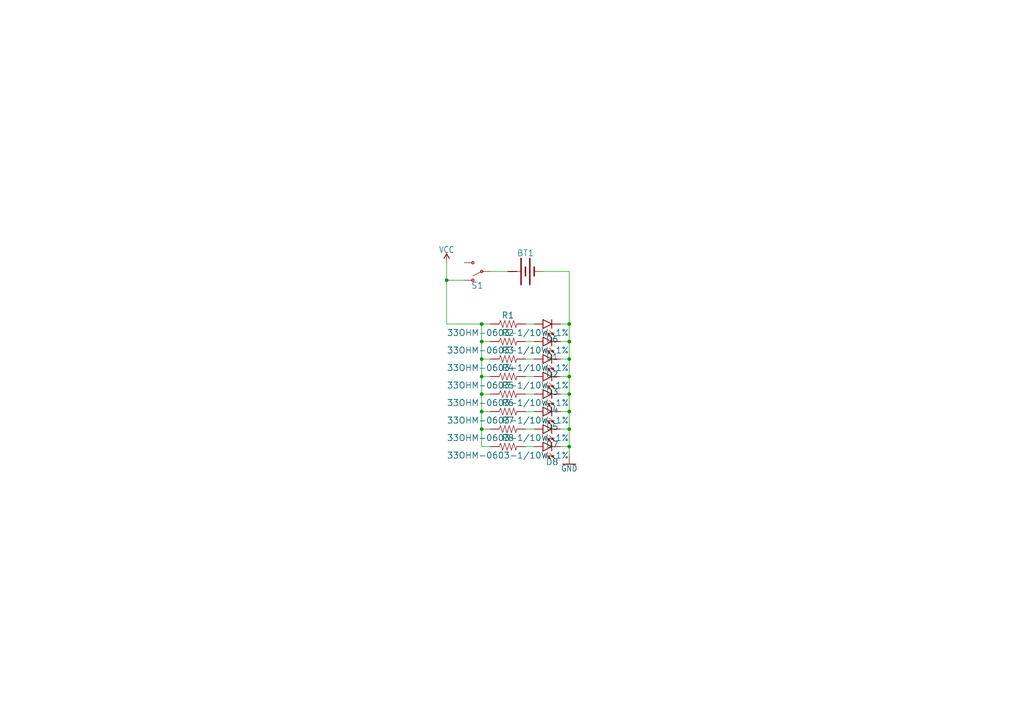
<source format=kicad_sch>
(kicad_sch (version 20230121) (generator eeschema)
  (paper "A4")
  (lib_symbols
    (symbol "working-eagle-import:33OHM-0603-1/10W-1%"
      (property "Reference" "R" (at 0 1.524 0))
      (symbol "33OHM-0603-1/10W-1%_1_0"
        (polyline (pts (xy -2.54 0) (xy -2.159 1.016)) (stroke (width 0.1524)))
        (polyline (pts (xy -2.159 1.016) (xy -1.524 -1.016)) (stroke (width 0.1524)))
        (polyline (pts (xy -1.524 -1.016) (xy -0.889 1.016)) (stroke (width 0.1524)))
        (polyline (pts (xy -0.889 1.016) (xy -0.254 -1.016)) (stroke (width 0.1524)))
        (polyline (pts (xy -0.254 -1.016) (xy 0.381 1.016)) (stroke (width 0.1524)))
        (polyline (pts (xy 0.381 1.016) (xy 1.016 -1.016)) (stroke (width 0.1524)))
        (polyline (pts (xy 1.016 -1.016) (xy 1.651 1.016)) (stroke (width 0.1524)))
        (polyline (pts (xy 1.651 1.016) (xy 2.286 -1.016)) (stroke (width 0.1524)))
        (polyline (pts (xy 2.286 -1.016) (xy 2.54 0)) (stroke (width 0.1524)))
        (pin passive line (at -5.08 0 0) (length 2.54) (name "1") (number "1"))
        (pin passive line (at 5.08 0 180) (length 2.54) (name "2") (number "2"))
      )
    )
    (symbol "working-eagle-import:BATTERY-20MM_SMD_4LEGS"
      (property "Reference" "BT" (at 0 4.318 0))
      (symbol "BATTERY-20MM_SMD_4LEGS_1_0"
        (polyline (pts (xy -2.54 0) (xy -1.524 0)) (stroke (width 0.1524)))
        (polyline (pts (xy -1.27 3.81) (xy -1.27 -3.81)) (stroke (width 0.4064)))
        (polyline (pts (xy 0 1.27) (xy 0 -1.27)) (stroke (width 0.4064)))
        (polyline (pts (xy 1.27 3.81) (xy 1.27 -3.81)) (stroke (width 0.4064)))
        (polyline (pts (xy 2.54 1.27) (xy 2.54 -1.27)) (stroke (width 0.4064)))
        (pin power_in line (at 5.08 0 180) (length 2.54) (name "-") (number "NEGATIVE"))
        (pin power_in line (at -5.08 0 0) (length 2.54) (name "+") (number "POSITIVE@1"))
        (pin power_in line (at -5.08 0 0) (length 2.54) (name "+") (number "POSITIVE@2"))
        (pin power_in line (at -5.08 0 0) (length 2.54) (name "+") (number "POSITIVE@3"))
        (pin power_in line (at -5.08 0 0) (length 2.54) (name "+") (number "POSITIVE@4"))
      )
    )
    (symbol "working-eagle-import:GND" (power)
      (property "Value" "GND" (at 0 -0.254 0))
      (symbol "GND_1_0"
        (polyline (pts (xy -1.905 0) (xy 1.905 0)) (stroke (width 0.254)))
        (pin power_in line (at 0 2.54 270) (length 2.54) (name "GND") (number "1"))
      )
    )
    (symbol "working-eagle-import:LED0603"
      (property "Reference" "D" (at -3.429 -4.572 90))
      (symbol "LED0603_1_0"
        (polyline (pts (xy -2.032 -0.762) (xy -3.429 -2.159)) (stroke (width 0.1524)))
        (polyline (pts (xy -1.905 -1.905) (xy -3.302 -3.302)) (stroke (width 0.1524)))
        (polyline (pts (xy 0 -2.54) (xy -1.27 -2.54)) (stroke (width 0.254)))
        (polyline (pts (xy 0 -2.54) (xy -1.27 0)) (stroke (width 0.254)))
        (polyline (pts (xy 1.27 -2.54) (xy 0 -2.54)) (stroke (width 0.254)))
        (polyline (pts (xy 1.27 0) (xy -1.27 0)) (stroke (width 0.254)))
        (polyline (pts (xy 1.27 0) (xy 0 -2.54)) (stroke (width 0.254)))
        (polyline (pts (xy -3.429 -2.159) (xy -3.048 -1.27) (xy -2.54 -1.778)) (stroke (width 0.1524)) (fill (type outline)))
        (polyline (pts (xy -3.302 -3.302) (xy -2.921 -2.413) (xy -2.413 -2.921)) (stroke (width 0.1524)) (fill (type outline)))
        (pin passive line (at 0 2.54 270) (length 2.54) (name "A") (number "A"))
        (pin passive line (at 0 -5.08 90) (length 2.54) (name "C") (number "C"))
      )
    )
    (symbol "working-eagle-import:SWITCH-SPDT-SMD-AYZ0202"
      (property "Reference" "S" (at 1.27 3.048 0))
      (symbol "SWITCH-SPDT-SMD-AYZ0202_1_0"
        (polyline (pts (xy 0 0) (xy 2.54 1.27)) (stroke (width 0.1524)))
        (polyline (pts (xy 2.54 -2.54) (xy 3.175 -2.54)) (stroke (width 0.127)))
        (polyline (pts (xy 2.54 2.54) (xy 3.175 2.54)) (stroke (width 0.1524)))
        (circle (center 0 0) (radius 0.3592) (stroke (width 0.2032)))
        (circle (center 2.54 -2.54) (radius 0.3592) (stroke (width 0.2032)))
        (circle (center 2.54 2.54) (radius 0.3592) (stroke (width 0.2032)))
        (pin passive line (at 5.08 2.54 180) (length 2.54) (name "O") (number "1"))
        (pin passive line (at -2.54 0 0) (length 2.54) (name "P") (number "2"))
        (pin passive line (at 5.08 -2.54 180) (length 2.54) (name "S") (number "3"))
      )
    )
    (symbol "working-eagle-import:VCC" (power)
      (property "Value" "VCC" (at 0 2.794 0))
      (symbol "VCC_1_0"
        (polyline (pts (xy 0 2.54) (xy -0.762 1.27)) (stroke (width 0.254)))
        (polyline (pts (xy 0.762 1.27) (xy 0 2.54)) (stroke (width 0.254)))
        (pin power_in line (at 0 0 90) (length 2.54) (name "VCC") (number "1"))
      )
    )
  )
  (junction (at 139.7 93.98))
  (junction (at 165.1 119.38))
  (junction (at 165.1 93.98))
  (junction (at 165.1 114.3))
  (junction (at 165.1 99.06))
  (junction (at 165.1 124.46))
  (junction (at 139.7 114.3))
  (junction (at 139.7 104.14))
  (junction (at 165.1 129.54))
  (junction (at 165.1 104.14))
  (junction (at 139.7 109.22))
  (junction (at 139.7 99.06))
  (junction (at 165.1 109.22))
  (junction (at 129.54 81.28))
  (junction (at 139.7 119.38))
  (junction (at 139.7 124.46))
  (wire (pts (xy 129.54 93.98) (xy 129.54 81.28)) (stroke (width 0.1524)))
  (wire (pts (xy 142.24 124.46) (xy 139.7 124.46)) (stroke (width 0.1524)))
  (wire (pts (xy 142.24 93.98) (xy 139.7 93.98)) (stroke (width 0.1524)))
  (wire (pts (xy 142.24 99.06) (xy 139.7 99.06)) (stroke (width 0.1524)))
  (wire (pts (xy 165.1 132.08) (xy 165.1 129.54)) (stroke (width 0.1524)))
  (wire (pts (xy 162.56 93.98) (xy 165.1 93.98)) (stroke (width 0.1524)))
  (wire (pts (xy 162.56 114.3) (xy 165.1 114.3)) (stroke (width 0.1524)))
  (wire (pts (xy 165.1 119.38) (xy 162.56 119.38)) (stroke (width 0.1524)))
  (wire (pts (xy 152.4 99.06) (xy 154.94 99.06)) (stroke (width 0.1524)))
  (wire (pts (xy 139.7 99.06) (xy 139.7 93.98)) (stroke (width 0.1524)))
  (wire (pts (xy 142.24 104.14) (xy 139.7 104.14)) (stroke (width 0.1524)))
  (wire (pts (xy 152.4 124.46) (xy 154.94 124.46)) (stroke (width 0.1524)))
  (wire (pts (xy 154.94 93.98) (xy 152.4 93.98)) (stroke (width 0.1524)))
  (wire (pts (xy 142.24 129.54) (xy 139.7 129.54)) (stroke (width 0.1524)))
  (wire (pts (xy 142.24 109.22) (xy 139.7 109.22)) (stroke (width 0.1524)))
  (wire (pts (xy 165.1 99.06) (xy 165.1 104.14)) (stroke (width 0.1524)))
  (wire (pts (xy 134.62 81.28) (xy 129.54 81.28)) (stroke (width 0.1524)))
  (wire (pts (xy 162.56 109.22) (xy 165.1 109.22)) (stroke (width 0.1524)))
  (wire (pts (xy 139.7 119.38) (xy 139.7 114.3)) (stroke (width 0.1524)))
  (wire (pts (xy 152.4 129.54) (xy 154.94 129.54)) (stroke (width 0.1524)))
  (wire (pts (xy 165.1 124.46) (xy 162.56 124.46)) (stroke (width 0.1524)))
  (wire (pts (xy 165.1 129.54) (xy 162.56 129.54)) (stroke (width 0.1524)))
  (wire (pts (xy 139.7 109.22) (xy 139.7 104.14)) (stroke (width 0.1524)))
  (wire (pts (xy 165.1 119.38) (xy 165.1 124.46)) (stroke (width 0.1524)))
  (wire (pts (xy 157.48 78.74) (xy 165.1 78.74)) (stroke (width 0.1524)))
  (wire (pts (xy 139.7 124.46) (xy 139.7 119.38)) (stroke (width 0.1524)))
  (wire (pts (xy 129.54 81.28) (xy 129.54 76.2)) (stroke (width 0.1524)))
  (wire (pts (xy 152.4 119.38) (xy 154.94 119.38)) (stroke (width 0.1524)))
  (wire (pts (xy 139.7 129.54) (xy 139.7 124.46)) (stroke (width 0.1524)))
  (wire (pts (xy 165.1 104.14) (xy 165.1 109.22)) (stroke (width 0.1524)))
  (wire (pts (xy 165.1 78.74) (xy 165.1 93.98)) (stroke (width 0.1524)))
  (wire (pts (xy 165.1 124.46) (xy 165.1 129.54)) (stroke (width 0.1524)))
  (wire (pts (xy 162.56 99.06) (xy 165.1 99.06)) (stroke (width 0.1524)))
  (wire (pts (xy 152.4 109.22) (xy 154.94 109.22)) (stroke (width 0.1524)))
  (wire (pts (xy 154.94 114.3) (xy 152.4 114.3)) (stroke (width 0.1524)))
  (wire (pts (xy 142.24 119.38) (xy 139.7 119.38)) (stroke (width 0.1524)))
  (wire (pts (xy 162.56 104.14) (xy 165.1 104.14)) (stroke (width 0.1524)))
  (wire (pts (xy 142.24 78.74) (xy 147.32 78.74)) (stroke (width 0.1524)))
  (wire (pts (xy 142.24 114.3) (xy 139.7 114.3)) (stroke (width 0.1524)))
  (wire (pts (xy 165.1 114.3) (xy 165.1 119.38)) (stroke (width 0.1524)))
  (wire (pts (xy 139.7 114.3) (xy 139.7 109.22)) (stroke (width 0.1524)))
  (wire (pts (xy 154.94 104.14) (xy 152.4 104.14)) (stroke (width 0.1524)))
  (wire (pts (xy 139.7 93.98) (xy 129.54 93.98)) (stroke (width 0.1524)))
  (wire (pts (xy 165.1 93.98) (xy 165.1 99.06)) (stroke (width 0.1524)))
  (wire (pts (xy 165.1 109.22) (xy 165.1 114.3)) (stroke (width 0.1524)))
  (wire (pts (xy 139.7 104.14) (xy 139.7 99.06)) (stroke (width 0.1524)))
  (symbol (lib_id "working-eagle-import:33OHM-0603-1/10W-1%") (at 147.32 93.98 0) (unit 1)
    (property "Reference" "R1" (at 147.32 92.456 0) (effects (font (size 1.778 1.778)) (justify bottom)))
    (property "Value" "33OHM-0603-1/10W-1%" (at 147.32 95.504 0) (effects (font (size 1.778 1.778)) (justify top)))
    (property "Footprint" "working:0603" (effects hide))
  )
  (symbol (lib_id "working-eagle-import:SWITCH-SPDT-SMD-AYZ0202") (at 139.7 78.74 180) (unit 1)
    (property "Reference" "S1" (at 138.43 81.788 0) (effects (font (size 1.778 1.778)) (justify bottom)))
    (property "Value" "SWITCH-SPDT-SMD-AYZ0202" (effects hide))
    (property "Footprint" "working:SWITCH_DPDT_SMD_AYZ0202" (effects hide))
  )
  (symbol (lib_id "working-eagle-import:LED0603") (at 157.48 119.38 90) (unit 1)
    (property "Reference" "D5" (at 162.052 122.809 90) (effects (font (size 1.778 1.778)) (justify left bottom)))
    (property "Value" "LED0603" (effects hide))
    (property "Footprint" "working:LED-0603" (effects hide))
  )
  (symbol (lib_id "working-eagle-import:33OHM-0603-1/10W-1%") (at 147.32 124.46 0) (unit 1)
    (property "Reference" "R7" (at 147.32 122.936 0) (effects (font (size 1.778 1.778)) (justify bottom)))
    (property "Value" "33OHM-0603-1/10W-1%" (at 147.32 125.984 0) (effects (font (size 1.778 1.778)) (justify top)))
    (property "Footprint" "working:0603" (effects hide))
  )
  (symbol (lib_id "working-eagle-import:33OHM-0603-1/10W-1%") (at 147.32 114.3 0) (unit 1)
    (property "Reference" "R5" (at 147.32 112.776 0) (effects (font (size 1.778 1.778)) (justify bottom)))
    (property "Value" "33OHM-0603-1/10W-1%" (at 147.32 115.824 0) (effects (font (size 1.778 1.778)) (justify top)))
    (property "Footprint" "working:0603" (effects hide))
  )
  (symbol (lib_id "working-eagle-import:GND") (at 165.1 134.62 0) (unit 1)
    (property "Reference" "#GND1" (effects hide))
    (property "Value" "GND" (at 165.1 134.874 0) (effects (font (size 1.778 1.5113)) (justify top)))
  )
  (symbol (lib_id "working-eagle-import:VCC") (at 129.54 76.2 0) (unit 1)
    (property "Reference" "#SUPPLY1" (effects hide))
    (property "Value" "VCC" (at 129.54 73.406 0) (effects (font (size 1.778 1.5113)) (justify bottom)))
  )
  (symbol (lib_id "working-eagle-import:33OHM-0603-1/10W-1%") (at 147.32 99.06 0) (unit 1)
    (property "Reference" "R2" (at 147.32 97.536 0) (effects (font (size 1.778 1.778)) (justify bottom)))
    (property "Value" "33OHM-0603-1/10W-1%" (at 147.32 100.584 0) (effects (font (size 1.778 1.778)) (justify top)))
    (property "Footprint" "working:0603" (effects hide))
  )
  (symbol (lib_id "working-eagle-import:BATTERY-20MM_SMD_4LEGS") (at 152.4 78.74 0) (unit 1)
    (property "Reference" "BT1" (at 152.4 74.422 0) (effects (font (size 1.778 1.778)) (justify bottom)))
    (property "Value" "BATTERY-20MM_SMD_4LEGS" (effects hide))
    (property "Footprint" "working:BATTCON_20MM_4LEGS" (effects hide))
  )
  (symbol (lib_id "working-eagle-import:33OHM-0603-1/10W-1%") (at 147.32 104.14 0) (unit 1)
    (property "Reference" "R3" (at 147.32 102.616 0) (effects (font (size 1.778 1.778)) (justify bottom)))
    (property "Value" "33OHM-0603-1/10W-1%" (at 147.32 105.664 0) (effects (font (size 1.778 1.778)) (justify top)))
    (property "Footprint" "working:0603" (effects hide))
  )
  (symbol (lib_id "working-eagle-import:LED0603") (at 157.48 93.98 90) (unit 1)
    (property "Reference" "D6" (at 162.052 97.409 90) (effects (font (size 1.778 1.778)) (justify left bottom)))
    (property "Value" "LED0603" (effects hide))
    (property "Footprint" "working:LED-0603" (effects hide))
  )
  (symbol (lib_id "working-eagle-import:LED0603") (at 157.48 129.54 90) (unit 1)
    (property "Reference" "D8" (at 162.052 132.969 90) (effects (font (size 1.778 1.778)) (justify left bottom)))
    (property "Value" "LED0603" (effects hide))
    (property "Footprint" "working:LED-0603" (effects hide))
  )
  (symbol (lib_id "working-eagle-import:LED0603") (at 157.48 114.3 90) (unit 1)
    (property "Reference" "D4" (at 162.052 117.729 90) (effects (font (size 1.778 1.778)) (justify left bottom)))
    (property "Value" "LED0603" (effects hide))
    (property "Footprint" "working:LED-0603" (effects hide))
  )
  (symbol (lib_id "working-eagle-import:33OHM-0603-1/10W-1%") (at 147.32 129.54 0) (unit 1)
    (property "Reference" "R8" (at 147.32 128.016 0) (effects (font (size 1.778 1.778)) (justify bottom)))
    (property "Value" "33OHM-0603-1/10W-1%" (at 147.32 131.064 0) (effects (font (size 1.778 1.778)) (justify top)))
    (property "Footprint" "working:0603" (effects hide))
  )
  (symbol (lib_id "working-eagle-import:33OHM-0603-1/10W-1%") (at 147.32 109.22 0) (unit 1)
    (property "Reference" "R4" (at 147.32 107.696 0) (effects (font (size 1.778 1.778)) (justify bottom)))
    (property "Value" "33OHM-0603-1/10W-1%" (at 147.32 110.744 0) (effects (font (size 1.778 1.778)) (justify top)))
    (property "Footprint" "working:0603" (effects hide))
  )
  (symbol (lib_id "working-eagle-import:LED0603") (at 157.48 99.06 90) (unit 1)
    (property "Reference" "D1" (at 162.052 102.489 90) (effects (font (size 1.778 1.778)) (justify left bottom)))
    (property "Value" "LED0603" (effects hide))
    (property "Footprint" "working:LED-0603" (effects hide))
  )
  (symbol (lib_id "working-eagle-import:LED0603") (at 157.48 109.22 90) (unit 1)
    (property "Reference" "D3" (at 162.052 112.649 90) (effects (font (size 1.778 1.778)) (justify left bottom)))
    (property "Value" "LED0603" (effects hide))
    (property "Footprint" "working:LED-0603" (effects hide))
  )
  (symbol (lib_id "working-eagle-import:33OHM-0603-1/10W-1%") (at 147.32 119.38 0) (unit 1)
    (property "Reference" "R6" (at 147.32 117.856 0) (effects (font (size 1.778 1.778)) (justify bottom)))
    (property "Value" "33OHM-0603-1/10W-1%" (at 147.32 120.904 0) (effects (font (size 1.778 1.778)) (justify top)))
    (property "Footprint" "working:0603" (effects hide))
  )
  (symbol (lib_id "working-eagle-import:LED0603") (at 157.48 104.14 90) (unit 1)
    (property "Reference" "D2" (at 162.052 107.569 90) (effects (font (size 1.778 1.778)) (justify left bottom)))
    (property "Value" "LED0603" (effects hide))
    (property "Footprint" "working:LED-0603" (effects hide))
  )
  (symbol (lib_id "working-eagle-import:LED0603") (at 157.48 124.46 90) (unit 1)
    (property "Reference" "D7" (at 162.052 127.889 90) (effects (font (size 1.778 1.778)) (justify left bottom)))
    (property "Value" "LED0603" (effects hide))
    (property "Footprint" "working:LED-0603" (effects hide))
  )
)
</source>
